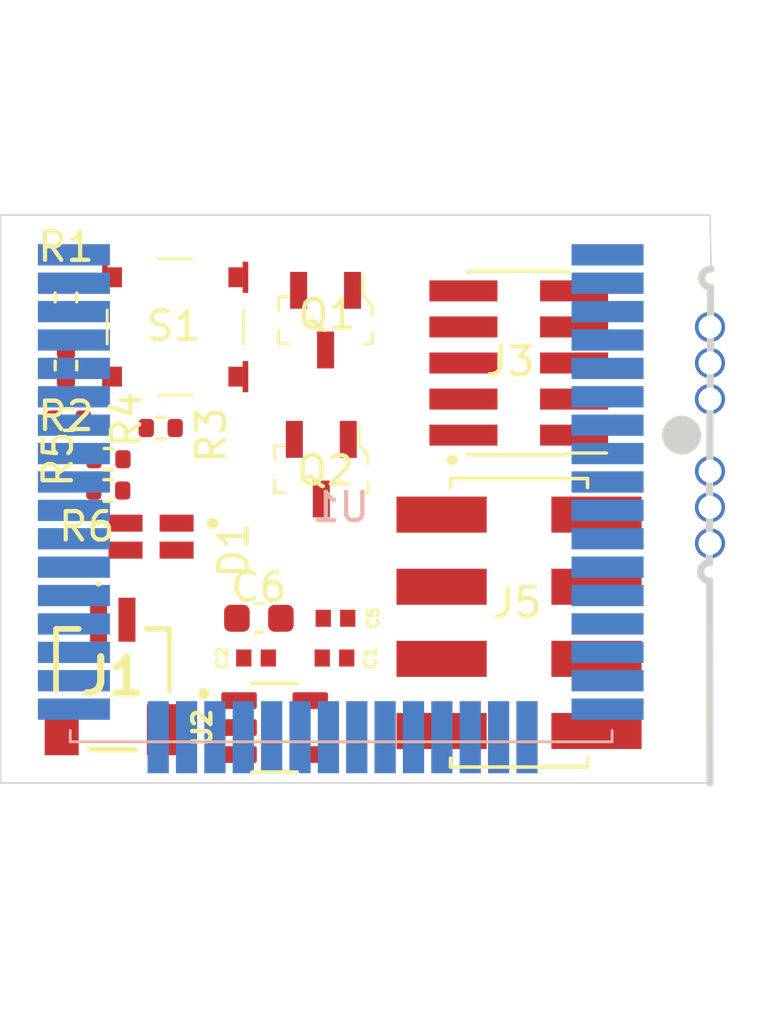
<source format=kicad_pcb>
(kicad_pcb (version 20240108) (generator "pcbnew") (generator_version "8.0")
  (title_block (title "BareTag_Tag") (date "2024-10-30") (rev "1") (company "Team 3") (comment 1 "Authors: Connor McGarry, Sean Brown, Walter Tebbetts, Ken Su"))
  (layers (0 "F.Cu" signal) (31 "B.Cu" signal) (34 "B.Paste" user) (35 "F.Paste" user) (36 "B.SilkS" user "B.Silkscreen") (37 "F.SilkS" user "F.Silkscreen") (38 "B.Mask" user) (39 "F.Mask" user) (44 "Edge.Cuts" user))
  (net 0 "")
  (net 1 "GND")
  (net 2 "/SWD_CLK")
  (net 3 "/SWD_DIO")
  (net 4 "/RST")
  (net 5 "Vbat +3.7V")
  (net 13 "/RX")
  (net 19 "/Q1_led")
  (net 27 "/Q2_led")
  (net 34 "/TX")
  (net 41 "Vreg +3.3V")
  (net 42 "Net-(U2-NR)")
  (net 43 "Net-(D1-A2)")
  (net 44 "Net-(D1-K1)")
  (net 45 "Net-(D1-A1)")
  (net 46 "Net-(D1-K2)")
  (net 48 "/SDA")
  (net 49 "/SLC")
  (net 50 "/wakeup")
  (net 54 "Net-(Q1-G)")
  (net 55 "Net-(Q2-G)")
  (footprint "" (layer "F.Cu") (at 76 29.21)
    (property "Reference" "" (at 0 0 0) (layer "F.SilkS") (effects (font (size 1.27 1.27))))
    (property "Value" "")
    (pad "5" thru_hole circle (at 0 0 90) (size 1.064 1.064) (drill 0.81) (property pad_prop_castellated) (layers "*.Cu" "*.Mask") (net 1 "GND"))
  )
  (footprint "" (layer "F.Cu") (at 76 35.56)
    (property "Reference" "" (at 0 0 0) (layer "F.SilkS") (effects (font (size 1.27 1.27))))
    (property "Value" "")
    (pad "1" thru_hole circle (at 0 0 90) (size 1.064 1.064) (drill 0.81) (property pad_prop_castellated) (layers "*.Cu" "*.Mask"))
  )
  (footprint "Connector_PinHeader_1.27mm:PinHeader_2x05_P1.27mm_Vertical_SMD" (layer "F.Cu") (at 69.26 29.21 180)
    (property "Reference" "J3" (at 0.31 0.06 0) (layer "F.SilkS"))
    (property "Value" "Conn_ARM_JTAG_SWD_10")
    (fp_line (start 1.765 3.17) (end 1.765 3.235) (stroke (width 0.12)) (layer "F.SilkS"))
    (fp_line (start 1.765 -3.235) (end 1.765 -3.17) (stroke (width 0.12)) (layer "F.SilkS"))
    (fp_line (start -1.765 3.235) (end 1.765 3.235) (stroke (width 0.12)) (layer "F.SilkS"))
    (fp_line (start -1.765 3.17) (end -1.765 3.235) (stroke (width 0.12)) (layer "F.SilkS"))
    (fp_line (start -1.765 -3.235) (end 1.765 -3.235) (stroke (width 0.12)) (layer "F.SilkS"))
    (fp_line (start -1.765 -3.235) (end -1.765 -3.17) (stroke (width 0.12)) (layer "F.SilkS"))
    (fp_line (start -3.09 -3.17) (end -1.765 -3.17) (stroke (width 0.12)) (layer "F.SilkS"))
    (pad "1" smd rect (at -1.95 -2.54 180) (size 2.4 0.74) (layers "F.Cu" "F.Paste" "F.Mask") (net 41 "Vreg +3.3V"))
    (pad "2" smd rect (at 1.95 -2.54 180) (size 2.4 0.74) (layers "F.Cu" "F.Paste" "F.Mask") (net 3 "/SWD_DIO"))
    (pad "3" smd rect (at -1.95 -1.27 180) (size 2.4 0.74) (layers "F.Cu" "F.Paste" "F.Mask") (net 1 "GND"))
    (pad "4" smd rect (at 1.95 -1.27 180) (size 2.4 0.74) (layers "F.Cu" "F.Paste" "F.Mask") (net 2 "/SWD_CLK"))
    (pad "5" smd rect (at -1.95 0 180) (size 2.4 0.74) (layers "F.Cu" "F.Paste" "F.Mask") (net 1 "GND"))
    (pad "6" smd rect (at 1.95 0 180) (size 2.4 0.74) (layers "F.Cu" "F.Paste" "F.Mask"))
    (pad "7" smd rect (at -1.95 1.27 180) (size 2.4 0.74) (layers "F.Cu" "F.Paste" "F.Mask"))
    (pad "8" smd rect (at 1.95 1.27 180) (size 2.4 0.74) (layers "F.Cu" "F.Paste" "F.Mask"))
    (pad "9" smd rect (at -1.95 2.54 180) (size 2.4 0.74) (layers "F.Cu" "F.Paste" "F.Mask") (net 1 "GND"))
    (pad "10" smd rect (at 1.95 2.54 180) (size 2.4 0.74) (layers "F.Cu" "F.Paste" "F.Mask") (net 4 "/RST"))
  )
  (footprint "Resistor_SMD:R_0402_1005Metric" (layer "F.Cu") (at 53.3 29.3 90)
    (property "Reference" "R2" (at -1.78 0 0) (layer "F.SilkS"))
    (property "Value" "1K5")
    (fp_line (start -0.153641 -0.38) (end 0.153641 -0.38) (stroke (width 0.12)) (layer "F.SilkS"))
    (fp_line (start -0.153641 0.38) (end 0.153641 0.38) (stroke (width 0.12)) (layer "F.SilkS"))
    (pad "1" smd roundrect (at -0.51 0 90) (size 0.54 0.64) (layers "F.Cu" "F.Paste" "F.Mask") (net 27 "/Q2_led"))
    (pad "2" smd roundrect (at 0.51 0 90) (size 0.54 0.64) (layers "F.Cu" "F.Paste" "F.Mask") (net 55 "Net-(Q2-G)"))
  )
  (footprint "Resistor_SMD:R_0402_1005Metric" (layer "F.Cu") (at 54.79 33.7)
    (property "Reference" "R6" (at -0.76 1.27 0) (layer "F.SilkS"))
    (property "Value" "820")
    (fp_line (start -0.153641 -0.38) (end 0.153641 -0.38) (stroke (width 0.12)) (layer "F.SilkS"))
    (fp_line (start -0.153641 0.38) (end 0.153641 0.38) (stroke (width 0.12)) (layer "F.SilkS"))
    (pad "1" smd roundrect (at -0.51 0) (size 0.54 0.64) (layers "F.Cu" "F.Paste" "F.Mask") (net 41 "Vreg +3.3V"))
    (pad "2" smd roundrect (at 0.51 0) (size 0.54 0.64) (layers "F.Cu" "F.Paste" "F.Mask") (net 45 "Net-(D1-A1)"))
  )
  (footprint "" (layer "F.Cu") (at 76 30.48)
    (property "Reference" "" (at 0 0 0) (layer "F.SilkS") (effects (font (size 1.27 1.27))))
    (property "Value" "")
    (pad "4" thru_hole circle (at 0 0 90) (size 1.064 1.064) (drill 0.81) (property pad_prop_castellated) (layers "*.Cu" "*.Mask") (net 2 "/SWD_CLK"))
  )
  (footprint "digikey-footprints:SOT-23-3" (layer "F.Cu") (at 62.45 27.7 -90)
    (property "Reference" "Q1" (at -0.2 -0.05 0) (layer "F.SilkS"))
    (property "Value" "IRLML2402TRPBF")
    (fp_line (start -0.825 1.65) (end -0.825 1.3) (stroke (width 0.1)) (layer "F.SilkS"))
    (fp_line (start -0.35 1.65) (end -0.825 1.65) (stroke (width 0.1)) (layer "F.SilkS"))
    (fp_line (start 0.825 1.65) (end 0.375 1.65) (stroke (width 0.1)) (layer "F.SilkS"))
    (fp_line (start 0.825 1.425) (end 0.825 1.3) (stroke (width 0.1)) (layer "F.SilkS"))
    (fp_line (start 0.825 1.35) (end 0.825 1.65) (stroke (width 0.1)) (layer "F.SilkS"))
    (fp_line (start -0.825 -1.325) (end -1.6 -1.325) (stroke (width 0.1)) (layer "F.SilkS"))
    (fp_line (start -0.825 -1.375) (end -0.825 -1.325) (stroke (width 0.1)) (layer "F.SilkS"))
    (fp_line (start -0.45 -1.65) (end -0.825 -1.375) (stroke (width 0.1)) (layer "F.SilkS"))
    (fp_line (start -0.175 -1.65) (end -0.45 -1.65) (stroke (width 0.1)) (layer "F.SilkS"))
    (fp_line (start 0.45 -1.65) (end 0.825 -1.65) (stroke (width 0.1)) (layer "F.SilkS"))
    (fp_line (start 0.825 -1.65) (end 0.825 -1.35) (stroke (width 0.1)) (layer "F.SilkS"))
    (pad "1" smd rect (at -1.05 -0.95 270) (size 1.3 0.6) (layers "F.Cu" "F.Paste" "F.Mask") (net 54 "Net-(Q1-G)"))
    (pad "2" smd rect (at -1.05 0.95 270) (size 1.3 0.6) (layers "F.Cu" "F.Paste" "F.Mask") (net 1 "GND"))
    (pad "3" smd rect (at 1.05 0 270) (size 1.3 0.6) (layers "F.Cu" "F.Paste" "F.Mask") (net 46 "Net-(D1-K2)"))
  )
  (footprint "" (layer "F.Cu") (at 76 33.02)
    (property "Reference" "" (at 0 0 0) (layer "F.SilkS") (effects (font (size 1.27 1.27))))
    (property "Value" "")
    (pad "3" thru_hole circle (at 0 0 90) (size 1.064 1.064) (drill 0.81) (property pad_prop_castellated) (layers "*.Cu" "*.Mask") (net 4 "/RST"))
  )
  (footprint "digikey-footprints:SOT-23-3" (layer "F.Cu") (at 62.3 32.95 -90)
    (property "Reference" "Q2" (at 0.05 -0.15 0) (layer "F.SilkS"))
    (property "Value" "IRLML2402TRPBF")
    (fp_line (start -0.825 1.65) (end -0.825 1.3) (stroke (width 0.1)) (layer "F.SilkS"))
    (fp_line (start -0.35 1.65) (end -0.825 1.65) (stroke (width 0.1)) (layer "F.SilkS"))
    (fp_line (start 0.825 1.65) (end 0.375 1.65) (stroke (width 0.1)) (layer "F.SilkS"))
    (fp_line (start 0.825 1.425) (end 0.825 1.3) (stroke (width 0.1)) (layer "F.SilkS"))
    (fp_line (start 0.825 1.35) (end 0.825 1.65) (stroke (width 0.1)) (layer "F.SilkS"))
    (fp_line (start -0.825 -1.325) (end -1.6 -1.325) (stroke (width 0.1)) (layer "F.SilkS"))
    (fp_line (start -0.825 -1.375) (end -0.825 -1.325) (stroke (width 0.1)) (layer "F.SilkS"))
    (fp_line (start -0.45 -1.65) (end -0.825 -1.375) (stroke (width 0.1)) (layer "F.SilkS"))
    (fp_line (start -0.175 -1.65) (end -0.45 -1.65) (stroke (width 0.1)) (layer "F.SilkS"))
    (fp_line (start 0.45 -1.65) (end 0.825 -1.65) (stroke (width 0.1)) (layer "F.SilkS"))
    (fp_line (start 0.825 -1.65) (end 0.825 -1.35) (stroke (width 0.1)) (layer "F.SilkS"))
    (pad "1" smd rect (at -1.05 -0.95 270) (size 1.3 0.6) (layers "F.Cu" "F.Paste" "F.Mask") (net 55 "Net-(Q2-G)"))
    (pad "2" smd rect (at -1.05 0.95 270) (size 1.3 0.6) (layers "F.Cu" "F.Paste" "F.Mask") (net 1 "GND"))
    (pad "3" smd rect (at 1.05 0 270) (size 1.3 0.6) (layers "F.Cu" "F.Paste" "F.Mask") (net 44 "Net-(D1-K1)"))
  )
  (footprint "imported:SOT95P280X110-5N" (layer "F.Cu") (at 60.655 42.05)
    (property "Reference" "U2" (at -2.555 0 90) (layer "F.SilkS") (effects (font (size 0.64 0.64))))
    (property "Value" "TPS79933DDCR")
    (fp_line (start -0.8 -1.565) (end 0.8 -1.565) (stroke (width 0.127)) (layer "F.SilkS"))
    (fp_line (start -0.8 1.565) (end 0.8 1.565) (stroke (width 0.127)) (layer "F.SilkS"))
    (fp_circle (center -2.5 -1.2) (end -2.4 -1.2) (stroke (width 0.2)) (fill none) (layer "F.SilkS"))
    (pad "1" smd roundrect (at -1.255 -0.95) (size 1.25 0.59) (layers "F.Cu" "F.Paste" "F.Mask") (roundrect_rratio 0.125) (net 5 "Vbat +3.7V"))
    (pad "2" smd roundrect (at -1.255 0) (size 1.25 0.59) (layers "F.Cu" "F.Paste" "F.Mask") (roundrect_rratio 0.125) (net 1 "GND"))
    (pad "3" smd roundrect (at -1.255 0.95) (size 1.25 0.59) (layers "F.Cu" "F.Paste" "F.Mask") (roundrect_rratio 0.125) (net 5 "Vbat +3.7V"))
    (pad "4" smd roundrect (at 1.255 0.95) (size 1.25 0.59) (layers "F.Cu" "F.Paste" "F.Mask") (roundrect_rratio 0.125) (net 42 "Net-(U2-NR)"))
    (pad "5" smd roundrect (at 1.255 -0.95) (size 1.25 0.59) (layers "F.Cu" "F.Paste" "F.Mask") (roundrect_rratio 0.125) (net 41 "Vreg +3.3V"))
  )
  (footprint "" (layer "F.Cu") (at 76 27.94)
    (property "Reference" "" (at 0 0 0) (layer "F.SilkS") (effects (font (size 1.27 1.27))))
    (property "Value" "")
    (pad "6" thru_hole circle (at 0 0 90) (size 1.064 1.064) (drill 0.81) (property pad_prop_castellated) (layers "*.Cu" "*.Mask"))
  )
  (footprint "imported:GRM155C80J225KE95D" (layer "F.Cu") (at 60 39.6)
    (property "Reference" "C2" (at -1.2 0 90) (layer "F.SilkS") (effects (font (size 0.393701 0.393701))))
    (property "Value" "C")
    (pad "1" smd rect (at -0.432 0) (size 0.54 0.6) (layers "F.Cu" "F.Paste" "F.Mask") (net 42 "Net-(U2-NR)"))
    (pad "2" smd rect (at 0.432 0) (size 0.54 0.6) (layers "F.Cu" "F.Paste" "F.Mask") (net 1 "GND"))
  )
  (footprint "digikey-footprints:Switch_Tactile_SMD_4.5x4.5mm_TL3315NF160Q" (layer "F.Cu") (at 57.15 27.94)
    (property "Reference" "S1" (at -0.05 -0.04 0) (layer "F.SilkS"))
    (property "Value" "TL3315NF160Q")
    (fp_line (start -2.4 0) (end -2.4 -0.6) (stroke (width 0.1)) (layer "F.SilkS"))
    (fp_line (start -2.4 0) (end -2.4 0.6) (stroke (width 0.1)) (layer "F.SilkS"))
    (fp_line (start 0 -2.4) (end -0.6 -2.4) (stroke (width 0.1)) (layer "F.SilkS"))
    (fp_line (start 0 -2.4) (end 0.6 -2.4) (stroke (width 0.1)) (layer "F.SilkS"))
    (fp_line (start 0 2.4) (end -0.6 2.4) (stroke (width 0.1)) (layer "F.SilkS"))
    (fp_line (start 0 2.4) (end 0.6 2.4) (stroke (width 0.1)) (layer "F.SilkS"))
    (fp_line (start 2.4 0) (end 2.4 -0.6) (stroke (width 0.1)) (layer "F.SilkS"))
    (fp_line (start 2.4 0) (end 2.4 0.6) (stroke (width 0.1)) (layer "F.SilkS"))
    (pad "1" smd rect (at -2.475 -1.75) (size 0.2 1.1) (layers "F.Cu" "F.Paste" "F.Mask") (net 4 "/RST"))
    (pad "1" smd rect (at -2.125 -1.75) (size 0.5 0.7) (layers "F.Cu" "F.Paste" "F.Mask") (net 4 "/RST"))
    (pad "2" smd rect (at 2.125 -1.75) (size 0.5 0.7) (layers "F.Cu" "F.Paste" "F.Mask") (net 4 "/RST"))
    (pad "2" smd rect (at 2.475 -1.75) (size 0.2 1.1) (layers "F.Cu" "F.Paste" "F.Mask") (net 4 "/RST"))
    (pad "3" smd rect (at -2.475 1.75) (size 0.2 1.1) (layers "F.Cu" "F.Paste" "F.Mask") (net 1 "GND"))
    (pad "3" smd rect (at -2.125 1.75) (size 0.5 0.7) (layers "F.Cu" "F.Paste" "F.Mask") (net 1 "GND"))
    (pad "4" smd rect (at 2.125 1.75) (size 0.5 0.7) (layers "F.Cu" "F.Paste" "F.Mask") (net 1 "GND"))
    (pad "4" smd rect (at 2.475 1.75) (size 0.2 1.1) (layers "F.Cu" "F.Paste" "F.Mask") (net 1 "GND"))
  )
  (footprint "imported:AMPHENOL_54202-T0804LF" (layer "F.Cu") (at 69.27 38.36 -90)
    (property "Reference" "J5" (at -0.71 0.07 180) (layer "F.SilkS"))
    (property "Value" "54202-T0804LF")
    (fp_line (start -5.08 2.415) (end -5.08 -2.415) (stroke (width 0.127)) (layer "F.SilkS"))
    (fp_line (start -4.765 2.415) (end -5.08 2.415) (stroke (width 0.127)) (layer "F.SilkS"))
    (fp_line (start 4.765 2.415) (end 5.08 2.415) (stroke (width 0.127)) (layer "F.SilkS"))
    (fp_line (start -5.08 -2.415) (end -4.765 -2.415) (stroke (width 0.127)) (layer "F.SilkS"))
    (fp_line (start 4.765 -2.415) (end 5.08 -2.415) (stroke (width 0.127)) (layer "F.SilkS"))
    (fp_line (start 5.08 -2.415) (end 5.08 2.415) (stroke (width 0.127)) (layer "F.SilkS"))
    (fp_circle (center -5.73 2.35) (end -5.63 2.35) (stroke (width 0.2)) (fill none) (layer "F.SilkS"))
    (pad "A1" smd rect (at -3.81 2.73 270) (size 1.27 3.18) (layers "F.Cu" "F.Paste" "F.Mask") (net 5 "Vbat +3.7V"))
    (pad "A2" smd rect (at -1.27 2.73 270) (size 1.27 3.18) (layers "F.Cu" "F.Paste" "F.Mask") (net 4 "/RST"))
    (pad "A3" smd rect (at 1.27 2.73 270) (size 1.27 3.18) (layers "F.Cu" "F.Paste" "F.Mask") (net 34 "/TX"))
    (pad "A4" smd rect (at 3.81 2.73 270) (size 1.27 3.18) (layers "F.Cu" "F.Paste" "F.Mask") (net 13 "/RX"))
    (pad "B1" smd rect (at -3.81 -2.73 270) (size 1.27 3.18) (layers "F.Cu" "F.Paste" "F.Mask") (net 1 "GND"))
    (pad "B2" smd rect (at -1.27 -2.73 270) (size 1.27 3.18) (layers "F.Cu" "F.Paste" "F.Mask") (net 50 "/wakeup"))
    (pad "B3" smd rect (at 1.27 -2.73 270) (size 1.27 3.18) (layers "F.Cu" "F.Paste" "F.Mask") (net 48 "/SDA"))
    (pad "B4" smd rect (at 3.81 -2.73 270) (size 1.27 3.18) (layers "F.Cu" "F.Paste" "F.Mask") (net 49 "/SLC"))
  )
  (footprint "Resistor_SMD:R_0402_1005Metric" (layer "F.Cu") (at 53.3 26.9 90)
    (property "Reference" "R1" (at 1.78 0 0) (layer "F.SilkS"))
    (property "Value" "1K5")
    (fp_line (start -0.153641 -0.38) (end 0.153641 -0.38) (stroke (width 0.12)) (layer "F.SilkS"))
    (fp_line (start -0.153641 0.38) (end 0.153641 0.38) (stroke (width 0.12)) (layer "F.SilkS"))
    (pad "1" smd roundrect (at -0.51 0 90) (size 0.54 0.64) (layers "F.Cu" "F.Paste" "F.Mask") (net 19 "/Q1_led"))
    (pad "2" smd roundrect (at 0.51 0 90) (size 0.54 0.64) (layers "F.Cu" "F.Paste" "F.Mask") (net 54 "Net-(Q1-G)"))
  )
  (footprint "imported:GRM155C80J225KE95D" (layer "F.Cu") (at 62.764 39.6 180)
    (property "Reference" "C1" (at -1.268 0 -90) (layer "F.SilkS") (effects (font (size 0.393701 0.393701))))
    (property "Value" "2.2uF")
    (pad "1" smd rect (at -0.432 0 180) (size 0.54 0.6) (layers "F.Cu" "F.Paste" "F.Mask") (net 1 "GND"))
    (pad "2" smd rect (at 0.432 0 180) (size 0.54 0.6) (layers "F.Cu" "F.Paste" "F.Mask") (net 41 "Vreg +3.3V"))
  )
  (footprint "Resistor_SMD:R_0402_1005Metric" (layer "F.Cu") (at 56.64 31.5 180)
    (property "Reference" "R3" (at -1.78 -0.25 90) (layer "F.SilkS"))
    (property "Value" "100K")
    (fp_line (start -0.153641 0.38) (end 0.153641 0.38) (stroke (width 0.12)) (layer "F.SilkS"))
    (fp_line (start -0.153641 -0.38) (end 0.153641 -0.38) (stroke (width 0.12)) (layer "F.SilkS"))
    (pad "1" smd roundrect (at -0.51 0 180) (size 0.54 0.64) (layers "F.Cu" "F.Paste" "F.Mask") (net 54 "Net-(Q1-G)"))
    (pad "2" smd roundrect (at 0.51 0 180) (size 0.54 0.64) (layers "F.Cu" "F.Paste" "F.Mask") (net 1 "GND"))
  )
  (footprint "imported:LED_APHBM2012LSURKSYKC" (layer "F.Cu") (at 56.3 35.325)
    (property "Reference" "D1" (at 2.91 0.475 90) (layer "F.SilkS"))
    (property "Value" "APHBM2012LSURKSYKC")
    (fp_circle (center 2.17 -0.475) (end 2.27 -0.475) (stroke (width 0.2)) (fill none) (layer "F.SilkS"))
    (pad "1" smd rect (at 0.9 -0.475) (size 1.2 0.6) (layers "F.Cu" "F.Paste" "F.Mask") (net 43 "Net-(D1-A2)"))
    (pad "2" smd rect (at -0.9 -0.475) (size 1.2 0.6) (layers "F.Cu" "F.Paste" "F.Mask") (net 46 "Net-(D1-K2)"))
    (pad "3" smd rect (at -0.9 0.475) (size 1.2 0.6) (layers "F.Cu" "F.Paste" "F.Mask") (net 44 "Net-(D1-K1)"))
    (pad "4" smd rect (at 0.9 0.475) (size 1.2 0.6) (layers "F.Cu" "F.Paste" "F.Mask") (net 45 "Net-(D1-A1)"))
  )
  (footprint "imported:SM02BSRSSTBLFSN" (layer "F.Cu") (at 54.95 40.538)
    (property "Reference" "J1" (at 0 -0.288 0) (layer "F.SilkS") (effects (font (size 1.27 1.27) (thickness 0.254))))
    (property "Value" "SM02B-SRSS-TB LFSN" (hide yes))
    (fp_line (start -2 -1.963) (end -2 0.2) (stroke (width 0.2)) (layer "F.SilkS"))
    (fp_line (start -1.2 -1.963) (end -2 -1.963) (stroke (width 0.2)) (layer "F.SilkS"))
    (fp_line (start -0.8 2.287) (end 0.8 2.287) (stroke (width 0.2)) (layer "F.SilkS"))
    (fp_line (start -0.5 -3.6) (end -0.5 -3.6) (stroke (width 0.1)) (layer "F.SilkS"))
    (fp_line (start -0.5 -3.5) (end -0.5 -3.5) (stroke (width 0.1)) (layer "F.SilkS"))
    (fp_line (start 1.2 -1.963) (end 2 -1.963) (stroke (width 0.2)) (layer "F.SilkS"))
    (fp_line (start 2 -1.963) (end 2 0.2) (stroke (width 0.2)) (layer "F.SilkS"))
    (fp_arc (start -0.5 -3.6) (mid -0.45 -3.55) (end -0.5 -3.5) (stroke (width 0.1)) (layer "F.SilkS"))
    (fp_arc (start -0.5 -3.5) (mid -0.55 -3.55) (end -0.5 -3.6) (stroke (width 0.1)) (layer "F.SilkS"))
    (pad "1" smd rect (at -0.5 -2.287) (size 0.6 1.55) (layers "F.Cu" "F.Paste" "F.Mask") (net 1 "GND"))
    (pad "2" smd rect (at 0.5 -2.287) (size 0.6 1.55) (layers "F.Cu" "F.Paste" "F.Mask") (net 5 "Vbat +3.7V"))
    (pad "3" smd rect (at -1.8 1.587) (size 1.2 1.8) (layers "F.Cu" "F.Paste" "F.Mask"))
    (pad "4" smd rect (at 1.8 1.587) (size 1.2 1.8) (layers "F.Cu" "F.Paste" "F.Mask"))
  )
  (footprint "" (layer "F.Cu") (at 76 34.29)
    (property "Reference" "" (at 0 0 0) (layer "F.SilkS") (effects (font (size 1.27 1.27))))
    (property "Value" "")
    (pad "2" thru_hole circle (at 0 0 90) (size 1.064 1.064) (drill 0.81) (property pad_prop_castellated) (layers "*.Cu" "*.Mask") (net 3 "/SWD_DIO"))
  )
  (footprint "Capacitor_SMD:C_0603_1608Metric" (layer "F.Cu") (at 60.1 38.2 180)
    (property "Reference" "C6" (at 0 1.1 180) (layer "F.SilkS"))
    (property "Value" "100nF")
    (fp_line (start -0.14058 0.51) (end 0.14058 0.51) (stroke (width 0.12)) (layer "F.SilkS"))
    (fp_line (start -0.14058 -0.51) (end 0.14058 -0.51) (stroke (width 0.12)) (layer "F.SilkS"))
    (pad "1" smd roundrect (at -0.775 0 180) (size 0.9 0.95) (layers "F.Cu" "F.Paste" "F.Mask") (net 41 "Vreg +3.3V"))
    (pad "2" smd roundrect (at 0.775 0 180) (size 0.9 0.95) (layers "F.Cu" "F.Paste" "F.Mask") (net 1 "GND"))
  )
  (footprint "imported:GRM155C80J225KE95D" (layer "F.Cu") (at 62.8 38.2)
    (property "Reference" "C5" (at 1.332 0 90) (layer "F.SilkS") (effects (font (size 0.393701 0.393701))))
    (property "Value" "10uF")
    (pad "1" smd rect (at -0.432 0) (size 0.54 0.6) (layers "F.Cu" "F.Paste" "F.Mask") (net 41 "Vreg +3.3V"))
    (pad "2" smd rect (at 0.432 0) (size 0.54 0.6) (layers "F.Cu" "F.Paste" "F.Mask") (net 1 "GND"))
  )
  (footprint "Resistor_SMD:R_0402_1005Metric" (layer "F.Cu") (at 53.4 31.2)
    (property "Reference" "R4" (at 2.03 0 90) (layer "F.SilkS"))
    (property "Value" "100K")
    (fp_line (start -0.153641 -0.38) (end 0.153641 -0.38) (stroke (width 0.12)) (layer "F.SilkS"))
    (fp_line (start -0.153641 0.38) (end 0.153641 0.38) (stroke (width 0.12)) (layer "F.SilkS"))
    (pad "1" smd roundrect (at -0.51 0) (size 0.54 0.64) (layers "F.Cu" "F.Paste" "F.Mask") (net 55 "Net-(Q2-G)"))
    (pad "2" smd roundrect (at 0.51 0) (size 0.54 0.64) (layers "F.Cu" "F.Paste" "F.Mask") (net 1 "GND"))
  )
  (footprint "Resistor_SMD:R_0402_1005Metric" (layer "F.Cu") (at 54.8 32.6)
    (property "Reference" "R5" (at -1.78 0 90) (layer "F.SilkS"))
    (property "Value" "150")
    (fp_line (start -0.153641 -0.38) (end 0.153641 -0.38) (stroke (width 0.12)) (layer "F.SilkS"))
    (fp_line (start -0.153641 0.38) (end 0.153641 0.38) (stroke (width 0.12)) (layer "F.SilkS"))
    (pad "1" smd roundrect (at -0.51 0) (size 0.54 0.64) (layers "F.Cu" "F.Paste" "F.Mask") (net 41 "Vreg +3.3V"))
    (pad "2" smd roundrect (at 0.51 0) (size 0.54 0.64) (layers "F.Cu" "F.Paste" "F.Mask") (net 43 "Net-(D1-A2)"))
  )
  (footprint "imported:DWM3001C" (layer "B.Cu") (at 72.55 42.55 180)
    (property "Reference" "U1" (at 9.565 8.26 0) (layer "B.SilkS") (effects (justify mirror)))
    (property "Value" "DWM3001C" (hide yes))
    (fp_line (start 19.1 0.4) (end 19.1 0) (stroke (width 0.1)) (layer "B.SilkS"))
    (fp_line (start 19.1 0) (end 0 0) (stroke (width 0.1)) (layer "B.SilkS"))
    (fp_line (start 0 0.4) (end 0 0) (stroke (width 0.1)) (layer "B.SilkS"))
    (pad "1" smd rect (at 0.16 17.15 180) (size 2.54 0.75) (layers "B.Cu" "B.Paste" "B.Mask") (net 1 "GND"))
    (pad "2" smd rect (at 0.16 16.15 180) (size 2.54 0.75) (layers "B.Cu" "B.Paste" "B.Mask") (net 2 "/SWD_CLK"))
    (pad "3" smd rect (at 0.16 15.15 180) (size 2.54 0.75) (layers "B.Cu" "B.Paste" "B.Mask") (net 3 "/SWD_DIO"))
    (pad "4" smd rect (at 0.16 14.15 180) (size 2.54 0.75) (layers "B.Cu" "B.Paste" "B.Mask"))
    (pad "5" smd rect (at 0.16 13.15 180) (size 2.54 0.75) (layers "B.Cu" "B.Paste" "B.Mask"))
    (pad "6" smd rect (at 0.16 12.15 180) (size 2.54 0.75) (layers "B.Cu" "B.Paste" "B.Mask"))
    (pad "7" smd rect (at 0.16 11.15 180) (size 2.54 0.75) (layers "B.Cu" "B.Paste" "B.Mask"))
    (pad "8" smd rect (at 0.16 10.15 180) (size 2.54 0.75) (layers "B.Cu" "B.Paste" "B.Mask"))
    (pad "9" smd rect (at 0.16 9.15 180) (size 2.54 0.75) (layers "B.Cu" "B.Paste" "B.Mask"))
    (pad "10" smd rect (at 0.16 8.15 180) (size 2.54 0.75) (layers "B.Cu" "B.Paste" "B.Mask"))
    (pad "11" smd rect (at 0.16 7.15 180) (size 2.54 0.75) (layers "B.Cu" "B.Paste" "B.Mask") (net 1 "GND"))
    (pad "12" smd rect (at 0.16 6.15 180) (size 2.54 0.75) (layers "B.Cu" "B.Paste" "B.Mask") (net 41 "Vreg +3.3V"))
    (pad "13" smd rect (at 0.16 5.15 180) (size 2.54 0.75) (layers "B.Cu" "B.Paste" "B.Mask"))
    (pad "14" smd rect (at 0.16 4.15 180) (size 2.54 0.75) (layers "B.Cu" "B.Paste" "B.Mask") (net 48 "/SDA"))
    (pad "15" smd rect (at 0.16 3.15 180) (size 2.54 0.75) (layers "B.Cu" "B.Paste" "B.Mask") (net 49 "/SLC"))
    (pad "16" smd rect (at 0.16 2.15 180) (size 2.54 0.75) (layers "B.Cu" "B.Paste" "B.Mask"))
    (pad "17" smd rect (at 0.16 1.15 180) (size 2.54 0.75) (layers "B.Cu" "B.Paste" "B.Mask"))
    (pad "18" smd rect (at 3 0.16 90) (size 2.54 0.75) (layers "B.Cu" "B.Paste" "B.Mask"))
    (pad "19" smd rect (at 4 0.16 90) (size 2.54 0.75) (layers "B.Cu" "B.Paste" "B.Mask"))
    (pad "20" smd rect (at 5 0.16 90) (size 2.54 0.75) (layers "B.Cu" "B.Paste" "B.Mask"))
    (pad "21" smd rect (at 6 0.16 90) (size 2.54 0.75) (layers "B.Cu" "B.Paste" "B.Mask") (net 1 "GND"))
    (pad "22" smd rect (at 7 0.16 90) (size 2.54 0.75) (layers "B.Cu" "B.Paste" "B.Mask"))
    (pad "23" smd rect (at 8 0.16 90) (size 2.54 0.75) (layers "B.Cu" "B.Paste" "B.Mask") (net 50 "/wakeup"))
    (pad "24" smd rect (at 9 0.16 90) (size 2.54 0.75) (layers "B.Cu" "B.Paste" "B.Mask"))
    (pad "25" smd rect (at 10 0.16 90) (size 2.54 0.75) (layers "B.Cu" "B.Paste" "B.Mask"))
    (pad "26" smd rect (at 11 0.16 90) (size 2.54 0.75) (layers "B.Cu" "B.Paste" "B.Mask"))
    (pad "27" smd rect (at 12 0.16 90) (size 2.54 0.75) (layers "B.Cu" "B.Paste" "B.Mask"))
    (pad "28" smd rect (at 13 0.16 90) (size 2.54 0.75) (layers "B.Cu" "B.Paste" "B.Mask"))
    (pad "29" smd rect (at 14 0.16 90) (size 2.54 0.75) (layers "B.Cu" "B.Paste" "B.Mask"))
    (pad "30" smd rect (at 15 0.16 90) (size 2.54 0.75) (layers "B.Cu" "B.Paste" "B.Mask"))
    (pad "31" smd rect (at 16 0.16 90) (size 2.54 0.75) (layers "B.Cu" "B.Paste" "B.Mask"))
    (pad "32" smd rect (at 18.97 1.15 180) (size 2.54 0.75) (layers "B.Cu" "B.Paste" "B.Mask") (net 13 "/RX"))
    (pad "33" smd rect (at 18.97 2.15 180) (size 2.54 0.75) (layers "B.Cu" "B.Paste" "B.Mask"))
    (pad "34" smd rect (at 18.97 3.15 180) (size 2.54 0.75) (layers "B.Cu" "B.Paste" "B.Mask") (net 34 "/TX"))
    (pad "35" smd rect (at 18.97 4.15 180) (size 2.54 0.75) (layers "B.Cu" "B.Paste" "B.Mask"))
    (pad "36" smd rect (at 18.97 5.15 180) (size 2.54 0.75) (layers "B.Cu" "B.Paste" "B.Mask"))
    (pad "37" smd rect (at 18.97 6.15 180) (size 2.54 0.75) (layers "B.Cu" "B.Paste" "B.Mask"))
    (pad "38" smd rect (at 18.97 7.15 180) (size 2.54 0.75) (layers "B.Cu" "B.Paste" "B.Mask") (net 1 "GND"))
    (pad "39" smd rect (at 18.97 8.15 180) (size 2.54 0.75) (layers "B.Cu" "B.Paste" "B.Mask"))
    (pad "40" smd rect (at 18.97 9.15 180) (size 2.54 0.75) (layers "B.Cu" "B.Paste" "B.Mask"))
    (pad "41" smd rect (at 18.97 10.15 180) (size 2.54 0.75) (layers "B.Cu" "B.Paste" "B.Mask"))
    (pad "42" smd rect (at 18.97 11.15 180) (size 2.54 0.75) (layers "B.Cu" "B.Paste" "B.Mask"))
    (pad "43" smd rect (at 18.97 12.15 180) (size 2.54 0.75) (layers "B.Cu" "B.Paste" "B.Mask"))
    (pad "44" smd rect (at 18.97 13.15 180) (size 2.54 0.75) (layers "B.Cu" "B.Paste" "B.Mask") (net 19 "/Q1_led"))
    (pad "45" smd rect (at 18.97 14.15 180) (size 2.54 0.75) (layers "B.Cu" "B.Paste" "B.Mask") (net 27 "/Q2_led"))
    (pad "46" smd rect (at 18.97 15.15 180) (size 2.54 0.75) (layers "B.Cu" "B.Paste" "B.Mask"))
    (pad "47" smd rect (at 18.97 16.15 180) (size 2.54 0.75) (layers "B.Cu" "B.Paste" "B.Mask") (net 4 "/RST"))
    (pad "48" smd rect (at 18.97 17.15 180) (size 2.54 0.75) (layers "B.Cu" "B.Paste" "B.Mask") (net 1 "GND"))
  )
  (gr_circle (center 75 31.75) (end 75.56 31.75) (stroke (width 0.254)) (fill solid) (layer "Edge.Cuts"))
  (gr_line (start 75.99 36.88) (end 75.999941 44) (stroke (width 0.254)) (layer "Edge.Cuts"))
  (gr_line (start 76.04 25.899649) (end 76 24) (stroke (width 0.05)) (layer "Edge.Cuts"))
  (gr_arc (start 75.99 36.88) (mid 75.67 36.56) (end 75.99 36.24) (stroke (width 0.254)) (layer "Edge.Cuts"))
  (gr_line (start 75.999941 44) (end 51 44) (stroke (width 0.05)) (layer "Edge.Cuts"))
  (gr_arc (start 76.025 26.54) (mid 75.712324 26.212324) (end 76.04 25.899649) (stroke (width 0.254)) (layer "Edge.Cuts"))
  (gr_line (start 51 24) (end 76 24) (stroke (width 0.05)) (layer "Edge.Cuts"))
  (gr_line (start 51 44) (end 51 24) (stroke (width 0.05)) (layer "Edge.Cuts"))
  (gr_line (start 75.975 36.24) (end 76.025 26.54) (stroke (width 0.254)) (layer "Edge.Cuts"))
)
</source>
